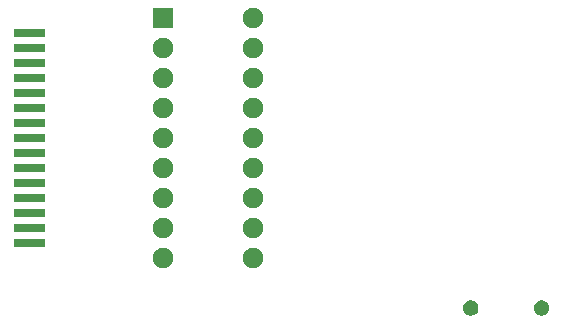
<source format=gbr>
G04 #@! TF.GenerationSoftware,KiCad,Pcbnew,(5.1.5)-3*
G04 #@! TF.CreationDate,2020-01-25T15:57:13+03:00*
G04 #@! TF.ProjectId,CASIO VX4 YM2413 Soundcard v1.1,43415349-4f20-4565-9834-20594d323431,rev?*
G04 #@! TF.SameCoordinates,Original*
G04 #@! TF.FileFunction,Soldermask,Bot*
G04 #@! TF.FilePolarity,Negative*
%FSLAX46Y46*%
G04 Gerber Fmt 4.6, Leading zero omitted, Abs format (unit mm)*
G04 Created by KiCad (PCBNEW (5.1.5)-3) date 2020-01-25 15:57:13*
%MOMM*%
%LPD*%
G04 APERTURE LIST*
%ADD10C,0.100000*%
G04 APERTURE END LIST*
D10*
G36*
X157200890Y-120455017D02*
G01*
X157296232Y-120494509D01*
X157319367Y-120504092D01*
X157425989Y-120575335D01*
X157516665Y-120666011D01*
X157587908Y-120772633D01*
X157587909Y-120772636D01*
X157636983Y-120891110D01*
X157662000Y-121016882D01*
X157662000Y-121145118D01*
X157636983Y-121270890D01*
X157597491Y-121366232D01*
X157587908Y-121389367D01*
X157516665Y-121495989D01*
X157425989Y-121586665D01*
X157319367Y-121657908D01*
X157296232Y-121667491D01*
X157200890Y-121706983D01*
X157075118Y-121732000D01*
X156946882Y-121732000D01*
X156821110Y-121706983D01*
X156725768Y-121667491D01*
X156702633Y-121657908D01*
X156596011Y-121586665D01*
X156505335Y-121495989D01*
X156434092Y-121389367D01*
X156424509Y-121366232D01*
X156385017Y-121270890D01*
X156360000Y-121145118D01*
X156360000Y-121016882D01*
X156385017Y-120891110D01*
X156434091Y-120772636D01*
X156434092Y-120772633D01*
X156505335Y-120666011D01*
X156596011Y-120575335D01*
X156702633Y-120504092D01*
X156725768Y-120494509D01*
X156821110Y-120455017D01*
X156946882Y-120430000D01*
X157075118Y-120430000D01*
X157200890Y-120455017D01*
G37*
G36*
X151200890Y-120455017D02*
G01*
X151296232Y-120494509D01*
X151319367Y-120504092D01*
X151425989Y-120575335D01*
X151516665Y-120666011D01*
X151587908Y-120772633D01*
X151587909Y-120772636D01*
X151636983Y-120891110D01*
X151662000Y-121016882D01*
X151662000Y-121145118D01*
X151636983Y-121270890D01*
X151597491Y-121366232D01*
X151587908Y-121389367D01*
X151516665Y-121495989D01*
X151425989Y-121586665D01*
X151319367Y-121657908D01*
X151296232Y-121667491D01*
X151200890Y-121706983D01*
X151075118Y-121732000D01*
X150946882Y-121732000D01*
X150821110Y-121706983D01*
X150725768Y-121667491D01*
X150702633Y-121657908D01*
X150596011Y-121586665D01*
X150505335Y-121495989D01*
X150434092Y-121389367D01*
X150424509Y-121366232D01*
X150385017Y-121270890D01*
X150360000Y-121145118D01*
X150360000Y-121016882D01*
X150385017Y-120891110D01*
X150434091Y-120772636D01*
X150434092Y-120772633D01*
X150505335Y-120666011D01*
X150596011Y-120575335D01*
X150702633Y-120504092D01*
X150725768Y-120494509D01*
X150821110Y-120455017D01*
X150946882Y-120430000D01*
X151075118Y-120430000D01*
X151200890Y-120455017D01*
G37*
G36*
X125134022Y-116005352D02*
G01*
X125216228Y-116021703D01*
X125371100Y-116085853D01*
X125371102Y-116085854D01*
X125510481Y-116178984D01*
X125629016Y-116297519D01*
X125722146Y-116436898D01*
X125786297Y-116591773D01*
X125819000Y-116756183D01*
X125819000Y-116923817D01*
X125786297Y-117088227D01*
X125722146Y-117243102D01*
X125629016Y-117382481D01*
X125510481Y-117501016D01*
X125371102Y-117594146D01*
X125371101Y-117594147D01*
X125371100Y-117594147D01*
X125216228Y-117658297D01*
X125134022Y-117674649D01*
X125051817Y-117691000D01*
X124884183Y-117691000D01*
X124801978Y-117674649D01*
X124719772Y-117658297D01*
X124564900Y-117594147D01*
X124564899Y-117594147D01*
X124564898Y-117594146D01*
X124425519Y-117501016D01*
X124306984Y-117382481D01*
X124213854Y-117243102D01*
X124149703Y-117088227D01*
X124117000Y-116923817D01*
X124117000Y-116756183D01*
X124149703Y-116591773D01*
X124213854Y-116436898D01*
X124306984Y-116297519D01*
X124425519Y-116178984D01*
X124564898Y-116085854D01*
X124564900Y-116085853D01*
X124719772Y-116021703D01*
X124801978Y-116005352D01*
X124884183Y-115989000D01*
X125051817Y-115989000D01*
X125134022Y-116005352D01*
G37*
G36*
X132754022Y-116005352D02*
G01*
X132836228Y-116021703D01*
X132991100Y-116085853D01*
X132991102Y-116085854D01*
X133130481Y-116178984D01*
X133249016Y-116297519D01*
X133342146Y-116436898D01*
X133406297Y-116591773D01*
X133439000Y-116756183D01*
X133439000Y-116923817D01*
X133406297Y-117088227D01*
X133342146Y-117243102D01*
X133249016Y-117382481D01*
X133130481Y-117501016D01*
X132991102Y-117594146D01*
X132991101Y-117594147D01*
X132991100Y-117594147D01*
X132836228Y-117658297D01*
X132754022Y-117674649D01*
X132671817Y-117691000D01*
X132504183Y-117691000D01*
X132421978Y-117674649D01*
X132339772Y-117658297D01*
X132184900Y-117594147D01*
X132184899Y-117594147D01*
X132184898Y-117594146D01*
X132045519Y-117501016D01*
X131926984Y-117382481D01*
X131833854Y-117243102D01*
X131769703Y-117088227D01*
X131737000Y-116923817D01*
X131737000Y-116756183D01*
X131769703Y-116591773D01*
X131833854Y-116436898D01*
X131926984Y-116297519D01*
X132045519Y-116178984D01*
X132184898Y-116085854D01*
X132184900Y-116085853D01*
X132339772Y-116021703D01*
X132421978Y-116005352D01*
X132504183Y-115989000D01*
X132671817Y-115989000D01*
X132754022Y-116005352D01*
G37*
G36*
X114986000Y-115921000D02*
G01*
X112344000Y-115921000D01*
X112344000Y-115219000D01*
X114986000Y-115219000D01*
X114986000Y-115921000D01*
G37*
G36*
X132754022Y-113465351D02*
G01*
X132836228Y-113481703D01*
X132991100Y-113545853D01*
X132991102Y-113545854D01*
X133130481Y-113638984D01*
X133249016Y-113757519D01*
X133342146Y-113896898D01*
X133406297Y-114051773D01*
X133439000Y-114216183D01*
X133439000Y-114383817D01*
X133406297Y-114548227D01*
X133342146Y-114703102D01*
X133249016Y-114842481D01*
X133130481Y-114961016D01*
X132991102Y-115054146D01*
X132991101Y-115054147D01*
X132991100Y-115054147D01*
X132836228Y-115118297D01*
X132754022Y-115134649D01*
X132671817Y-115151000D01*
X132504183Y-115151000D01*
X132421978Y-115134649D01*
X132339772Y-115118297D01*
X132184900Y-115054147D01*
X132184899Y-115054147D01*
X132184898Y-115054146D01*
X132045519Y-114961016D01*
X131926984Y-114842481D01*
X131833854Y-114703102D01*
X131769703Y-114548227D01*
X131737000Y-114383817D01*
X131737000Y-114216183D01*
X131769703Y-114051773D01*
X131833854Y-113896898D01*
X131926984Y-113757519D01*
X132045519Y-113638984D01*
X132184898Y-113545854D01*
X132184900Y-113545853D01*
X132339772Y-113481703D01*
X132421978Y-113465351D01*
X132504183Y-113449000D01*
X132671817Y-113449000D01*
X132754022Y-113465351D01*
G37*
G36*
X125134022Y-113465351D02*
G01*
X125216228Y-113481703D01*
X125371100Y-113545853D01*
X125371102Y-113545854D01*
X125510481Y-113638984D01*
X125629016Y-113757519D01*
X125722146Y-113896898D01*
X125786297Y-114051773D01*
X125819000Y-114216183D01*
X125819000Y-114383817D01*
X125786297Y-114548227D01*
X125722146Y-114703102D01*
X125629016Y-114842481D01*
X125510481Y-114961016D01*
X125371102Y-115054146D01*
X125371101Y-115054147D01*
X125371100Y-115054147D01*
X125216228Y-115118297D01*
X125134022Y-115134649D01*
X125051817Y-115151000D01*
X124884183Y-115151000D01*
X124801978Y-115134649D01*
X124719772Y-115118297D01*
X124564900Y-115054147D01*
X124564899Y-115054147D01*
X124564898Y-115054146D01*
X124425519Y-114961016D01*
X124306984Y-114842481D01*
X124213854Y-114703102D01*
X124149703Y-114548227D01*
X124117000Y-114383817D01*
X124117000Y-114216183D01*
X124149703Y-114051773D01*
X124213854Y-113896898D01*
X124306984Y-113757519D01*
X124425519Y-113638984D01*
X124564898Y-113545854D01*
X124564900Y-113545853D01*
X124719772Y-113481703D01*
X124801978Y-113465351D01*
X124884183Y-113449000D01*
X125051817Y-113449000D01*
X125134022Y-113465351D01*
G37*
G36*
X114986000Y-114651000D02*
G01*
X112344000Y-114651000D01*
X112344000Y-113949000D01*
X114986000Y-113949000D01*
X114986000Y-114651000D01*
G37*
G36*
X114986000Y-113381000D02*
G01*
X112344000Y-113381000D01*
X112344000Y-112679000D01*
X114986000Y-112679000D01*
X114986000Y-113381000D01*
G37*
G36*
X125134022Y-110925352D02*
G01*
X125216228Y-110941703D01*
X125371100Y-111005853D01*
X125371102Y-111005854D01*
X125510481Y-111098984D01*
X125629016Y-111217519D01*
X125722146Y-111356898D01*
X125786297Y-111511773D01*
X125819000Y-111676183D01*
X125819000Y-111843817D01*
X125786297Y-112008227D01*
X125722146Y-112163102D01*
X125629016Y-112302481D01*
X125510481Y-112421016D01*
X125371102Y-112514146D01*
X125371101Y-112514147D01*
X125371100Y-112514147D01*
X125216228Y-112578297D01*
X125134022Y-112594649D01*
X125051817Y-112611000D01*
X124884183Y-112611000D01*
X124801978Y-112594649D01*
X124719772Y-112578297D01*
X124564900Y-112514147D01*
X124564899Y-112514147D01*
X124564898Y-112514146D01*
X124425519Y-112421016D01*
X124306984Y-112302481D01*
X124213854Y-112163102D01*
X124149703Y-112008227D01*
X124117000Y-111843817D01*
X124117000Y-111676183D01*
X124149703Y-111511773D01*
X124213854Y-111356898D01*
X124306984Y-111217519D01*
X124425519Y-111098984D01*
X124564898Y-111005854D01*
X124564900Y-111005853D01*
X124719772Y-110941703D01*
X124801978Y-110925352D01*
X124884183Y-110909000D01*
X125051817Y-110909000D01*
X125134022Y-110925352D01*
G37*
G36*
X132754022Y-110925352D02*
G01*
X132836228Y-110941703D01*
X132991100Y-111005853D01*
X132991102Y-111005854D01*
X133130481Y-111098984D01*
X133249016Y-111217519D01*
X133342146Y-111356898D01*
X133406297Y-111511773D01*
X133439000Y-111676183D01*
X133439000Y-111843817D01*
X133406297Y-112008227D01*
X133342146Y-112163102D01*
X133249016Y-112302481D01*
X133130481Y-112421016D01*
X132991102Y-112514146D01*
X132991101Y-112514147D01*
X132991100Y-112514147D01*
X132836228Y-112578297D01*
X132754022Y-112594649D01*
X132671817Y-112611000D01*
X132504183Y-112611000D01*
X132421978Y-112594649D01*
X132339772Y-112578297D01*
X132184900Y-112514147D01*
X132184899Y-112514147D01*
X132184898Y-112514146D01*
X132045519Y-112421016D01*
X131926984Y-112302481D01*
X131833854Y-112163102D01*
X131769703Y-112008227D01*
X131737000Y-111843817D01*
X131737000Y-111676183D01*
X131769703Y-111511773D01*
X131833854Y-111356898D01*
X131926984Y-111217519D01*
X132045519Y-111098984D01*
X132184898Y-111005854D01*
X132184900Y-111005853D01*
X132339772Y-110941703D01*
X132421978Y-110925352D01*
X132504183Y-110909000D01*
X132671817Y-110909000D01*
X132754022Y-110925352D01*
G37*
G36*
X114986000Y-112111000D02*
G01*
X112344000Y-112111000D01*
X112344000Y-111409000D01*
X114986000Y-111409000D01*
X114986000Y-112111000D01*
G37*
G36*
X114986000Y-110841000D02*
G01*
X112344000Y-110841000D01*
X112344000Y-110139000D01*
X114986000Y-110139000D01*
X114986000Y-110841000D01*
G37*
G36*
X125134022Y-108385352D02*
G01*
X125216228Y-108401703D01*
X125371100Y-108465853D01*
X125371102Y-108465854D01*
X125510481Y-108558984D01*
X125629016Y-108677519D01*
X125722146Y-108816898D01*
X125786297Y-108971773D01*
X125819000Y-109136183D01*
X125819000Y-109303817D01*
X125786297Y-109468227D01*
X125722146Y-109623102D01*
X125629016Y-109762481D01*
X125510481Y-109881016D01*
X125371102Y-109974146D01*
X125371101Y-109974147D01*
X125371100Y-109974147D01*
X125216228Y-110038297D01*
X125134022Y-110054648D01*
X125051817Y-110071000D01*
X124884183Y-110071000D01*
X124801978Y-110054648D01*
X124719772Y-110038297D01*
X124564900Y-109974147D01*
X124564899Y-109974147D01*
X124564898Y-109974146D01*
X124425519Y-109881016D01*
X124306984Y-109762481D01*
X124213854Y-109623102D01*
X124149703Y-109468227D01*
X124117000Y-109303817D01*
X124117000Y-109136183D01*
X124149703Y-108971773D01*
X124213854Y-108816898D01*
X124306984Y-108677519D01*
X124425519Y-108558984D01*
X124564898Y-108465854D01*
X124564900Y-108465853D01*
X124719772Y-108401703D01*
X124801978Y-108385352D01*
X124884183Y-108369000D01*
X125051817Y-108369000D01*
X125134022Y-108385352D01*
G37*
G36*
X132754022Y-108385352D02*
G01*
X132836228Y-108401703D01*
X132991100Y-108465853D01*
X132991102Y-108465854D01*
X133130481Y-108558984D01*
X133249016Y-108677519D01*
X133342146Y-108816898D01*
X133406297Y-108971773D01*
X133439000Y-109136183D01*
X133439000Y-109303817D01*
X133406297Y-109468227D01*
X133342146Y-109623102D01*
X133249016Y-109762481D01*
X133130481Y-109881016D01*
X132991102Y-109974146D01*
X132991101Y-109974147D01*
X132991100Y-109974147D01*
X132836228Y-110038297D01*
X132754022Y-110054648D01*
X132671817Y-110071000D01*
X132504183Y-110071000D01*
X132421978Y-110054648D01*
X132339772Y-110038297D01*
X132184900Y-109974147D01*
X132184899Y-109974147D01*
X132184898Y-109974146D01*
X132045519Y-109881016D01*
X131926984Y-109762481D01*
X131833854Y-109623102D01*
X131769703Y-109468227D01*
X131737000Y-109303817D01*
X131737000Y-109136183D01*
X131769703Y-108971773D01*
X131833854Y-108816898D01*
X131926984Y-108677519D01*
X132045519Y-108558984D01*
X132184898Y-108465854D01*
X132184900Y-108465853D01*
X132339772Y-108401703D01*
X132421978Y-108385352D01*
X132504183Y-108369000D01*
X132671817Y-108369000D01*
X132754022Y-108385352D01*
G37*
G36*
X114986000Y-109571000D02*
G01*
X112344000Y-109571000D01*
X112344000Y-108869000D01*
X114986000Y-108869000D01*
X114986000Y-109571000D01*
G37*
G36*
X114986000Y-108301000D02*
G01*
X112344000Y-108301000D01*
X112344000Y-107599000D01*
X114986000Y-107599000D01*
X114986000Y-108301000D01*
G37*
G36*
X132754022Y-105845351D02*
G01*
X132836228Y-105861703D01*
X132991100Y-105925853D01*
X132991102Y-105925854D01*
X133130481Y-106018984D01*
X133249016Y-106137519D01*
X133342146Y-106276898D01*
X133406297Y-106431773D01*
X133439000Y-106596183D01*
X133439000Y-106763817D01*
X133406297Y-106928227D01*
X133342146Y-107083102D01*
X133249016Y-107222481D01*
X133130481Y-107341016D01*
X132991102Y-107434146D01*
X132991101Y-107434147D01*
X132991100Y-107434147D01*
X132836228Y-107498297D01*
X132754022Y-107514648D01*
X132671817Y-107531000D01*
X132504183Y-107531000D01*
X132421978Y-107514648D01*
X132339772Y-107498297D01*
X132184900Y-107434147D01*
X132184899Y-107434147D01*
X132184898Y-107434146D01*
X132045519Y-107341016D01*
X131926984Y-107222481D01*
X131833854Y-107083102D01*
X131769703Y-106928227D01*
X131737000Y-106763817D01*
X131737000Y-106596183D01*
X131769703Y-106431773D01*
X131833854Y-106276898D01*
X131926984Y-106137519D01*
X132045519Y-106018984D01*
X132184898Y-105925854D01*
X132184900Y-105925853D01*
X132339772Y-105861703D01*
X132421978Y-105845351D01*
X132504183Y-105829000D01*
X132671817Y-105829000D01*
X132754022Y-105845351D01*
G37*
G36*
X125134022Y-105845351D02*
G01*
X125216228Y-105861703D01*
X125371100Y-105925853D01*
X125371102Y-105925854D01*
X125510481Y-106018984D01*
X125629016Y-106137519D01*
X125722146Y-106276898D01*
X125786297Y-106431773D01*
X125819000Y-106596183D01*
X125819000Y-106763817D01*
X125786297Y-106928227D01*
X125722146Y-107083102D01*
X125629016Y-107222481D01*
X125510481Y-107341016D01*
X125371102Y-107434146D01*
X125371101Y-107434147D01*
X125371100Y-107434147D01*
X125216228Y-107498297D01*
X125134022Y-107514648D01*
X125051817Y-107531000D01*
X124884183Y-107531000D01*
X124801978Y-107514648D01*
X124719772Y-107498297D01*
X124564900Y-107434147D01*
X124564899Y-107434147D01*
X124564898Y-107434146D01*
X124425519Y-107341016D01*
X124306984Y-107222481D01*
X124213854Y-107083102D01*
X124149703Y-106928227D01*
X124117000Y-106763817D01*
X124117000Y-106596183D01*
X124149703Y-106431773D01*
X124213854Y-106276898D01*
X124306984Y-106137519D01*
X124425519Y-106018984D01*
X124564898Y-105925854D01*
X124564900Y-105925853D01*
X124719772Y-105861703D01*
X124801978Y-105845351D01*
X124884183Y-105829000D01*
X125051817Y-105829000D01*
X125134022Y-105845351D01*
G37*
G36*
X114986000Y-107031000D02*
G01*
X112344000Y-107031000D01*
X112344000Y-106329000D01*
X114986000Y-106329000D01*
X114986000Y-107031000D01*
G37*
G36*
X114986000Y-105761000D02*
G01*
X112344000Y-105761000D01*
X112344000Y-105059000D01*
X114986000Y-105059000D01*
X114986000Y-105761000D01*
G37*
G36*
X132754022Y-103305351D02*
G01*
X132836228Y-103321703D01*
X132991100Y-103385853D01*
X132991102Y-103385854D01*
X133130481Y-103478984D01*
X133249016Y-103597519D01*
X133342146Y-103736898D01*
X133406297Y-103891773D01*
X133439000Y-104056183D01*
X133439000Y-104223817D01*
X133406297Y-104388227D01*
X133342146Y-104543102D01*
X133249016Y-104682481D01*
X133130481Y-104801016D01*
X132991102Y-104894146D01*
X132991101Y-104894147D01*
X132991100Y-104894147D01*
X132836228Y-104958297D01*
X132754022Y-104974648D01*
X132671817Y-104991000D01*
X132504183Y-104991000D01*
X132421978Y-104974648D01*
X132339772Y-104958297D01*
X132184900Y-104894147D01*
X132184899Y-104894147D01*
X132184898Y-104894146D01*
X132045519Y-104801016D01*
X131926984Y-104682481D01*
X131833854Y-104543102D01*
X131769703Y-104388227D01*
X131737000Y-104223817D01*
X131737000Y-104056183D01*
X131769703Y-103891773D01*
X131833854Y-103736898D01*
X131926984Y-103597519D01*
X132045519Y-103478984D01*
X132184898Y-103385854D01*
X132184900Y-103385853D01*
X132339772Y-103321703D01*
X132421978Y-103305351D01*
X132504183Y-103289000D01*
X132671817Y-103289000D01*
X132754022Y-103305351D01*
G37*
G36*
X125134022Y-103305351D02*
G01*
X125216228Y-103321703D01*
X125371100Y-103385853D01*
X125371102Y-103385854D01*
X125510481Y-103478984D01*
X125629016Y-103597519D01*
X125722146Y-103736898D01*
X125786297Y-103891773D01*
X125819000Y-104056183D01*
X125819000Y-104223817D01*
X125786297Y-104388227D01*
X125722146Y-104543102D01*
X125629016Y-104682481D01*
X125510481Y-104801016D01*
X125371102Y-104894146D01*
X125371101Y-104894147D01*
X125371100Y-104894147D01*
X125216228Y-104958297D01*
X125134022Y-104974648D01*
X125051817Y-104991000D01*
X124884183Y-104991000D01*
X124801978Y-104974648D01*
X124719772Y-104958297D01*
X124564900Y-104894147D01*
X124564899Y-104894147D01*
X124564898Y-104894146D01*
X124425519Y-104801016D01*
X124306984Y-104682481D01*
X124213854Y-104543102D01*
X124149703Y-104388227D01*
X124117000Y-104223817D01*
X124117000Y-104056183D01*
X124149703Y-103891773D01*
X124213854Y-103736898D01*
X124306984Y-103597519D01*
X124425519Y-103478984D01*
X124564898Y-103385854D01*
X124564900Y-103385853D01*
X124719772Y-103321703D01*
X124801978Y-103305351D01*
X124884183Y-103289000D01*
X125051817Y-103289000D01*
X125134022Y-103305351D01*
G37*
G36*
X114986000Y-104491000D02*
G01*
X112344000Y-104491000D01*
X112344000Y-103789000D01*
X114986000Y-103789000D01*
X114986000Y-104491000D01*
G37*
G36*
X114986000Y-103221000D02*
G01*
X112344000Y-103221000D01*
X112344000Y-102519000D01*
X114986000Y-102519000D01*
X114986000Y-103221000D01*
G37*
G36*
X125134022Y-100765352D02*
G01*
X125216228Y-100781703D01*
X125371100Y-100845853D01*
X125371102Y-100845854D01*
X125510481Y-100938984D01*
X125629016Y-101057519D01*
X125722146Y-101196898D01*
X125786297Y-101351773D01*
X125819000Y-101516183D01*
X125819000Y-101683817D01*
X125786297Y-101848227D01*
X125722146Y-102003102D01*
X125629016Y-102142481D01*
X125510481Y-102261016D01*
X125371102Y-102354146D01*
X125371101Y-102354147D01*
X125371100Y-102354147D01*
X125216228Y-102418297D01*
X125134022Y-102434649D01*
X125051817Y-102451000D01*
X124884183Y-102451000D01*
X124801978Y-102434649D01*
X124719772Y-102418297D01*
X124564900Y-102354147D01*
X124564899Y-102354147D01*
X124564898Y-102354146D01*
X124425519Y-102261016D01*
X124306984Y-102142481D01*
X124213854Y-102003102D01*
X124149703Y-101848227D01*
X124117000Y-101683817D01*
X124117000Y-101516183D01*
X124149703Y-101351773D01*
X124213854Y-101196898D01*
X124306984Y-101057519D01*
X124425519Y-100938984D01*
X124564898Y-100845854D01*
X124564900Y-100845853D01*
X124719772Y-100781703D01*
X124801978Y-100765352D01*
X124884183Y-100749000D01*
X125051817Y-100749000D01*
X125134022Y-100765352D01*
G37*
G36*
X132754022Y-100765352D02*
G01*
X132836228Y-100781703D01*
X132991100Y-100845853D01*
X132991102Y-100845854D01*
X133130481Y-100938984D01*
X133249016Y-101057519D01*
X133342146Y-101196898D01*
X133406297Y-101351773D01*
X133439000Y-101516183D01*
X133439000Y-101683817D01*
X133406297Y-101848227D01*
X133342146Y-102003102D01*
X133249016Y-102142481D01*
X133130481Y-102261016D01*
X132991102Y-102354146D01*
X132991101Y-102354147D01*
X132991100Y-102354147D01*
X132836228Y-102418297D01*
X132754022Y-102434649D01*
X132671817Y-102451000D01*
X132504183Y-102451000D01*
X132421978Y-102434649D01*
X132339772Y-102418297D01*
X132184900Y-102354147D01*
X132184899Y-102354147D01*
X132184898Y-102354146D01*
X132045519Y-102261016D01*
X131926984Y-102142481D01*
X131833854Y-102003102D01*
X131769703Y-101848227D01*
X131737000Y-101683817D01*
X131737000Y-101516183D01*
X131769703Y-101351773D01*
X131833854Y-101196898D01*
X131926984Y-101057519D01*
X132045519Y-100938984D01*
X132184898Y-100845854D01*
X132184900Y-100845853D01*
X132339772Y-100781703D01*
X132421978Y-100765352D01*
X132504183Y-100749000D01*
X132671817Y-100749000D01*
X132754022Y-100765352D01*
G37*
G36*
X114986000Y-101951000D02*
G01*
X112344000Y-101951000D01*
X112344000Y-101249000D01*
X114986000Y-101249000D01*
X114986000Y-101951000D01*
G37*
G36*
X114986000Y-100681000D02*
G01*
X112344000Y-100681000D01*
X112344000Y-99979000D01*
X114986000Y-99979000D01*
X114986000Y-100681000D01*
G37*
G36*
X125134022Y-98225351D02*
G01*
X125216228Y-98241703D01*
X125371100Y-98305853D01*
X125371102Y-98305854D01*
X125510481Y-98398984D01*
X125629016Y-98517519D01*
X125722146Y-98656898D01*
X125786297Y-98811773D01*
X125819000Y-98976183D01*
X125819000Y-99143817D01*
X125786297Y-99308227D01*
X125722146Y-99463102D01*
X125629016Y-99602481D01*
X125510481Y-99721016D01*
X125371102Y-99814146D01*
X125371101Y-99814147D01*
X125371100Y-99814147D01*
X125216228Y-99878297D01*
X125134022Y-99894649D01*
X125051817Y-99911000D01*
X124884183Y-99911000D01*
X124801978Y-99894648D01*
X124719772Y-99878297D01*
X124564900Y-99814147D01*
X124564899Y-99814147D01*
X124564898Y-99814146D01*
X124425519Y-99721016D01*
X124306984Y-99602481D01*
X124213854Y-99463102D01*
X124149703Y-99308227D01*
X124117000Y-99143817D01*
X124117000Y-98976183D01*
X124149703Y-98811773D01*
X124213854Y-98656898D01*
X124306984Y-98517519D01*
X124425519Y-98398984D01*
X124564898Y-98305854D01*
X124564900Y-98305853D01*
X124719772Y-98241703D01*
X124801978Y-98225351D01*
X124884183Y-98209000D01*
X125051817Y-98209000D01*
X125134022Y-98225351D01*
G37*
G36*
X132754022Y-98225351D02*
G01*
X132836228Y-98241703D01*
X132991100Y-98305853D01*
X132991102Y-98305854D01*
X133130481Y-98398984D01*
X133249016Y-98517519D01*
X133342146Y-98656898D01*
X133406297Y-98811773D01*
X133439000Y-98976183D01*
X133439000Y-99143817D01*
X133406297Y-99308227D01*
X133342146Y-99463102D01*
X133249016Y-99602481D01*
X133130481Y-99721016D01*
X132991102Y-99814146D01*
X132991101Y-99814147D01*
X132991100Y-99814147D01*
X132836228Y-99878297D01*
X132754022Y-99894649D01*
X132671817Y-99911000D01*
X132504183Y-99911000D01*
X132421978Y-99894648D01*
X132339772Y-99878297D01*
X132184900Y-99814147D01*
X132184899Y-99814147D01*
X132184898Y-99814146D01*
X132045519Y-99721016D01*
X131926984Y-99602481D01*
X131833854Y-99463102D01*
X131769703Y-99308227D01*
X131737000Y-99143817D01*
X131737000Y-98976183D01*
X131769703Y-98811773D01*
X131833854Y-98656898D01*
X131926984Y-98517519D01*
X132045519Y-98398984D01*
X132184898Y-98305854D01*
X132184900Y-98305853D01*
X132339772Y-98241703D01*
X132421978Y-98225351D01*
X132504183Y-98209000D01*
X132671817Y-98209000D01*
X132754022Y-98225351D01*
G37*
G36*
X114986000Y-99411000D02*
G01*
X112344000Y-99411000D01*
X112344000Y-98709000D01*
X114986000Y-98709000D01*
X114986000Y-99411000D01*
G37*
G36*
X114986000Y-98141000D02*
G01*
X112344000Y-98141000D01*
X112344000Y-97439000D01*
X114986000Y-97439000D01*
X114986000Y-98141000D01*
G37*
G36*
X125819000Y-97371000D02*
G01*
X124117000Y-97371000D01*
X124117000Y-95669000D01*
X125819000Y-95669000D01*
X125819000Y-97371000D01*
G37*
G36*
X132754022Y-95685351D02*
G01*
X132836228Y-95701703D01*
X132991100Y-95765853D01*
X132991102Y-95765854D01*
X133130481Y-95858984D01*
X133249016Y-95977519D01*
X133342146Y-96116898D01*
X133406297Y-96271773D01*
X133439000Y-96436183D01*
X133439000Y-96603817D01*
X133406297Y-96768227D01*
X133342146Y-96923102D01*
X133249016Y-97062481D01*
X133130481Y-97181016D01*
X132991102Y-97274146D01*
X132991101Y-97274147D01*
X132991100Y-97274147D01*
X132836228Y-97338297D01*
X132754022Y-97354648D01*
X132671817Y-97371000D01*
X132504183Y-97371000D01*
X132421978Y-97354648D01*
X132339772Y-97338297D01*
X132184900Y-97274147D01*
X132184899Y-97274147D01*
X132184898Y-97274146D01*
X132045519Y-97181016D01*
X131926984Y-97062481D01*
X131833854Y-96923102D01*
X131769703Y-96768227D01*
X131737000Y-96603817D01*
X131737000Y-96436183D01*
X131769703Y-96271773D01*
X131833854Y-96116898D01*
X131926984Y-95977519D01*
X132045519Y-95858984D01*
X132184898Y-95765854D01*
X132184900Y-95765853D01*
X132339772Y-95701703D01*
X132421978Y-95685352D01*
X132504183Y-95669000D01*
X132671817Y-95669000D01*
X132754022Y-95685351D01*
G37*
M02*

</source>
